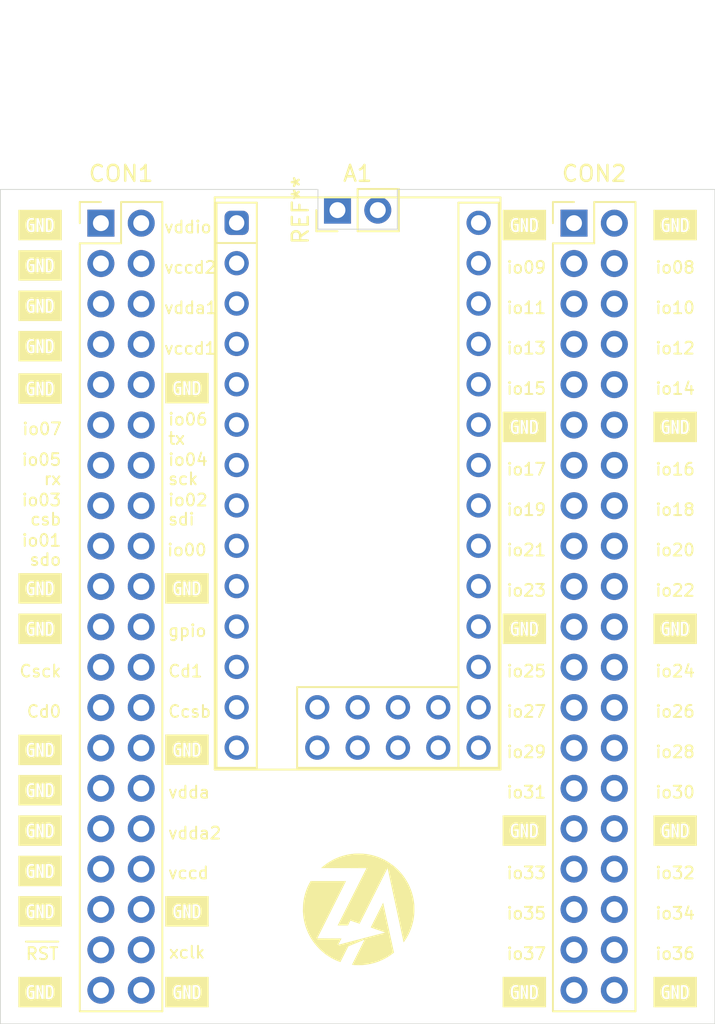
<source format=kicad_pcb>
(kicad_pcb (version 20211014) (generator pcbnew)
  (layers (0 "F.Cu" signal) (31 "B.Cu" signal) (34 "B.Paste" user) (35 "F.Paste" user) (36 "B.SilkS" user "B.Silkscreen") (37 "F.SilkS" user "F.Silkscreen") (38 "B.Mask" user) (39 "F.Mask" user) (44 "Edge.Cuts" user))
  (net 0 "")
  (net 1 "GND")
  (net 2 "vddio")
  (net 3 "vccd2")
  (net 4 "vccd1")
  (net 5 "vdda1")
  (net 6 "vdda2")
  (net 7 "mprj_io[18]")
  (net 8 "mprj_io[17]")
  (net 9 "mprj_io[16]")
  (net 10 "mprj_io[15]")
  (net 11 "mprj_io[14]")
  (net 12 "mprj_io[13]")
  (net 13 "mprj_io[12]")
  (net 14 "mprj_io[11]")
  (net 15 "mprj_io[10]")
  (net 16 "mprj_io[9]")
  (net 17 "mprj_io[8]")
  (net 18 "mprj_io[7]")
  (net 19 "mprj_io[6]_ser_tx")
  (net 20 "mprj_io[5]_ser_rx")
  (net 21 "mprj_io[0]")
  (net 22 "mprj_io[33]")
  (net 23 "mprj_io[32]")
  (net 24 "mprj_io[31]")
  (net 25 "mprj_io[30]")
  (net 26 "mprj_io[29]")
  (net 27 "mprj_io[28]")
  (net 28 "mprj_io[27]")
  (net 29 "mprj_io[26]")
  (net 30 "mprj_io[25]")
  (net 31 "mprj_io[24]")
  (net 32 "mprj_io[23]")
  (net 33 "mprj_io[22]")
  (net 34 "mprj_io[21]")
  (net 35 "mprj_io[20]")
  (net 36 "mprj_io[19]")
  (net 37 "mprj_io[4]_SCK")
  (net 38 "mprj_io[3]_CSB")
  (net 39 "mprj_io[2]_SDI")
  (net 40 "mprj_io[1]_SDO")
  (net 41 "gpio")
  (net 42 "Caravel_D0")
  (net 43 "Caravel_CSB")
  (net 44 "~{RST}")
  (net 45 "Caravel_D1")
  (net 46 "xclk")
  (net 47 "mprj_io[36]")
  (net 48 "mprj_io[37]")
  (net 49 "Caravel_SCK")
  (net 50 "mprj_io[34]")
  (net 51 "mprj_io[35]")
  (net 52 "vdda")
  (net 53 "vccd")
  (footprint "kibuzzard-6288F08E" (layer "F.Cu") (at 42.5 -12.16)
    (fp_text reference "kibuzzard-6288F08E" hide)
    (fp_text value "G***" hide)
  )
  (footprint "ok-connectors:PinSocket_2x20_P2.54mm_Vertical_Center_Rev" (layer "F.Cu") (at 37.4 -26.25 -90)
    (fp_text reference "CON2" (at -27.25 0) (layer "F.SilkS"))
    (fp_text value "2x20 2.54mm Socket")
    (pad "1" thru_hole rect (at -24.13 1.27) (size 1.7 1.7) (drill 1) (layers *.Cu *.Mask) (net 1 "GND"))
    (pad "2" thru_hole oval (at -24.13 -1.27) (size 1.7 1.7) (drill 1) (layers *.Cu *.Mask) (net 1 "GND"))
    (pad "3" thru_hole oval (at -21.59 1.27) (size 1.7 1.7) (drill 1) (layers *.Cu *.Mask) (net 16 "mprj_io[9]"))
    (pad "4" thru_hole oval (at -21.59 -1.27) (size 1.7 1.7) (drill 1) (layers *.Cu *.Mask) (net 17 "mprj_io[8]"))
    (pad "5" thru_hole oval (at -19.05 1.27) (size 1.7 1.7) (drill 1) (layers *.Cu *.Mask) (net 14 "mprj_io[11]"))
    (pad "6" thru_hole oval (at -19.05 -1.27) (size 1.7 1.7) (drill 1) (layers *.Cu *.Mask) (net 15 "mprj_io[10]"))
    (pad "7" thru_hole oval (at -16.51 1.27) (size 1.7 1.7) (drill 1) (layers *.Cu *.Mask) (net 12 "mprj_io[13]"))
    (pad "8" thru_hole oval (at -16.51 -1.27) (size 1.7 1.7) (drill 1) (layers *.Cu *.Mask) (net 13 "mprj_io[12]"))
    (pad "9" thru_hole oval (at -13.97 1.27) (size 1.7 1.7) (drill 1) (layers *.Cu *.Mask) (net 10 "mprj_io[15]"))
    (pad "10" thru_hole oval (at -13.97 -1.27) (size 1.7 1.7) (drill 1) (layers *.Cu *.Mask) (net 11 "mprj_io[14]"))
    (pad "11" thru_hole oval (at -11.43 1.27) (size 1.7 1.7) (drill 1) (layers *.Cu *.Mask) (net 1 "GND"))
    (pad "12" thru_hole oval (at -11.43 -1.27) (size 1.7 1.7) (drill 1) (layers *.Cu *.Mask) (net 1 "GND"))
    (pad "13" thru_hole oval (at -8.89 1.27) (size 1.7 1.7) (drill 1) (layers *.Cu *.Mask) (net 8 "mprj_io[17]"))
    (pad "14" thru_hole oval (at -8.89 -1.27) (size 1.7 1.7) (drill 1) (layers *.Cu *.Mask) (net 9 "mprj_io[16]"))
    (pad "15" thru_hole oval (at -6.35 1.27) (size 1.7 1.7) (drill 1) (layers *.Cu *.Mask) (net 36 "mprj_io[19]"))
    (pad "16" thru_hole oval (at -6.35 -1.27) (size 1.7 1.7) (drill 1) (layers *.Cu *.Mask) (net 7 "mprj_io[18]"))
    (pad "17" thru_hole oval (at -3.81 1.27) (size 1.7 1.7) (drill 1) (layers *.Cu *.Mask) (net 34 "mprj_io[21]"))
    (pad "18" thru_hole oval (at -3.81 -1.27) (size 1.7 1.7) (drill 1) (layers *.Cu *.Mask) (net 35 "mprj_io[20]"))
    (pad "19" thru_hole oval (at -1.27 1.27) (size 1.7 1.7) (drill 1) (layers *.Cu *.Mask) (net 32 "mprj_io[23]"))
    (pad "20" thru_hole oval (at -1.27 -1.27) (size 1.7 1.7) (drill 1) (layers *.Cu *.Mask) (net 33 "mprj_io[22]"))
    (pad "21" thru_hole oval (at 1.27 1.27) (size 1.7 1.7) (drill 1) (layers *.Cu *.Mask) (net 1 "GND"))
    (pad "22" thru_hole oval (at 1.27 -1.27) (size 1.7 1.7) (drill 1) (layers *.Cu *.Mask) (net 1 "GND"))
    (pad "23" thru_hole oval (at 3.81 1.27) (size 1.7 1.7) (drill 1) (layers *.Cu *.Mask) (net 30 "mprj_io[25]"))
    (pad "24" thru_hole oval (at 3.81 -1.27) (size 1.7 1.7) (drill 1) (layers *.Cu *.Mask) (net 31 "mprj_io[24]"))
    (pad "25" thru_hole oval (at 6.35 1.27) (size 1.7 1.7) (drill 1) (layers *.Cu *.Mask) (net 28 "mprj_io[27]"))
    (pad "26" thru_hole oval (at 6.35 -1.27) (size 1.7 1.7) (drill 1) (layers *.Cu *.Mask) (net 29 "mprj_io[26]"))
    (pad "27" thru_hole oval (at 8.89 1.27) (size 1.7 1.7) (drill 1) (layers *.Cu *.Mask) (net 26 "mprj_io[29]"))
    (pad "28" thru_hole oval (at 8.89 -1.27) (size 1.7 1.7) (drill 1) (layers *.Cu *.Mask) (net 27 "mprj_io[28]"))
    (pad "29" thru_hole oval (at 11.43 1.27) (size 1.7 1.7) (drill 1) (layers *.Cu *.Mask) (net 24 "mprj_io[31]"))
    (pad "30" thru_hole oval (at 11.43 -1.27) (size 1.7 1.7) (drill 1) (layers *.Cu *.Mask) (net 25 "mprj_io[30]"))
    (pad "31" thru_hole oval (at 13.97 1.27) (size 1.7 1.7) (drill 1) (layers *.Cu *.Mask) (net 1 "GND"))
    (pad "32" thru_hole oval (at 13.97 -1.27) (size 1.7 1.7) (drill 1) (layers *.Cu *.Mask) (net 1 "GND"))
    (pad "33" thru_hole oval (at 16.51 1.27) (size 1.7 1.7) (drill 1) (layers *.Cu *.Mask) (net 22 "mprj_io[33]"))
    (pad "34" thru_hole oval (at 16.51 -1.27) (size 1.7 1.7) (drill 1) (layers *.Cu *.Mask) (net 23 "mprj_io[32]"))
    (pad "35" thru_hole oval (at 19.05 1.27) (size 1.7 1.7) (drill 1) (layers *.Cu *.Mask) (net 51 "mprj_io[35]"))
    (pad "36" thru_hole oval (at 19.05 -1.27) (size 1.7 1.7) (drill 1) (layers *.Cu *.Mask) (net 50 "mprj_io[34]"))
    (pad "37" thru_hole oval (at 21.59 1.27) (size 1.7 1.7) (drill 1) (layers *.Cu *.Mask) (net 48 "mprj_io[37]"))
    (pad "38" thru_hole oval (at 21.59 -1.27) (size 1.7 1.7) (drill 1) (layers *.Cu *.Mask) (net 47 "mprj_io[36]"))
    (pad "39" thru_hole oval (at 24.13 1.27) (size 1.7 1.7) (drill 1) (layers *.Cu *.Mask) (net 1 "GND"))
    (pad "40" thru_hole oval (at 24.13 -1.27) (size 1.7 1.7) (drill 1) (layers *.Cu *.Mask) (net 1 "GND"))
  )
  (footprint "kibuzzard-6288F08E" (layer "F.Cu") (at 11.75 -17.25)
    (fp_text reference "kibuzzard-6288F08E" hide)
    (fp_text value "G***" hide)
  )
  (footprint "kibuzzard-6288F08E" (layer "F.Cu") (at 42.5 -24.86)
    (fp_text reference "kibuzzard-6288F08E" hide)
    (fp_text value "G***" hide)
  )
  (footprint "kibuzzard-6288F08E" (layer "F.Cu") (at 33 -12.16)
    (fp_text reference "kibuzzard-6288F08E" hide)
    (fp_text value "G***" hide)
  )
  (footprint "kibuzzard-6288F08E" (layer "F.Cu") (at 33 -24.86)
    (fp_text reference "kibuzzard-6288F08E" hide)
    (fp_text value "G***" hide)
  )
  (footprint "kibuzzard-6288F08E" (layer "F.Cu") (at 2.5 -2)
    (fp_text reference "kibuzzard-6288F08E" hide)
    (fp_text value "G***" hide)
  )
  (footprint "kibuzzard-6288F08E" (layer "F.Cu") (at 11.75 -27.4)
    (fp_text reference "kibuzzard-6288F08E" hide)
    (fp_text value "G***" hide)
  )
  (footprint "kibuzzard-6288F08E" (layer "F.Cu") (at 2.5 -50.26)
    (fp_text reference "kibuzzard-6288F08E" hide)
    (fp_text value "G***" hide)
  )
  (footprint "kibuzzard-6288F08E" (layer "F.Cu") (at 2.5 -27.4)
    (fp_text reference "kibuzzard-6288F08E" hide)
    (fp_text value "G***" hide)
  )
  (footprint "kibuzzard-6288F08E" (layer "F.Cu") (at 11.75 -7.08)
    (fp_text reference "kibuzzard-6288F08E" hide)
    (fp_text value "G***" hide)
  )
  (footprint "kibuzzard-6288F08E" (layer "F.Cu") (at 2.5 -17.24)
    (fp_text reference "kibuzzard-6288F08E" hide)
    (fp_text value "G***" hide)
  )
  (footprint "kibuzzard-6288F08E" (layer "F.Cu") (at 2.5 -39.973)
    (fp_text reference "kibuzzard-6288F08E" hide)
    (fp_text value "G***" hide)
  )
  (footprint "kibuzzard-6288F08E" (layer "F.Cu") (at 2.5 -24.86)
    (fp_text reference "kibuzzard-6288F08E" hide)
    (fp_text value "G***" hide)
  )
  (footprint "kibuzzard-6288F08E" (layer "F.Cu") (at 42.5 -2)
    (fp_text reference "kibuzzard-6288F08E" hide)
    (fp_text value "G***" hide)
  )
  (footprint "kibuzzard-6288F08E" (layer "F.Cu") (at 33 -50.26)
    (fp_text reference "kibuzzard-6288F08E" hide)
    (fp_text value "G***" hide)
  )
  (footprint "Connector_PinHeader_2.54mm:PinHeader_1x02_P2.54mm_Vertical" (layer "F.Cu") (at 21.23 -51.2 90)
    (fp_text reference "REF**" (at 0 -2.33 90) (layer "F.SilkS"))
    (fp_text value "PinHeader_1x02_P2.54mm_Vertical")
    (pad "1" thru_hole rect (at 0 0 90) (size 1.7 1.7) (drill 1) (layers *.Cu *.Mask))
    (pad "2" thru_hole oval (at 0 2.54 90) (size 1.7 1.7) (drill 1) (layers *.Cu *.Mask))
  )
  (footprint "kibuzzard-6288F08E" (layer "F.Cu") (at 11.75 -2)
    (fp_text reference "kibuzzard-6288F08E" hide)
    (fp_text value "G***" hide)
  )
  (footprint "kibuzzard-6288F08E" (layer "F.Cu") (at 2.5 -7.08)
    (fp_text reference "kibuzzard-6288F08E" hide)
    (fp_text value "G***" hide)
  )
  (footprint "kibuzzard-6288F08E" (layer "F.Cu") (at 2.5 -12.16)
    (fp_text reference "kibuzzard-6288F08E" hide)
    (fp_text value "G***" hide)
  )
  (footprint "kibuzzard-6288F08E" (layer "F.Cu") (at 42.5 -37.56)
    (fp_text reference "kibuzzard-6288F08E" hide)
    (fp_text value "G***" hide)
  )
  (footprint "kibuzzard-6288F08E" (layer "F.Cu") (at 2.5 -45.18)
    (fp_text reference "kibuzzard-6288F08E" hide)
    (fp_text value "G***" hide)
  )
  (footprint "kibuzzard-6288F08E" (layer "F.Cu") (at 2.5 -42.64)
    (fp_text reference "kibuzzard-6288F08E" hide)
    (fp_text value "G***" hide)
  )
  (footprint "kibuzzard-6288F08E" (layer "F.Cu") (at 33 -37.56)
    (fp_text reference "kibuzzard-6288F08E" hide)
    (fp_text value "G***" hide)
  )
  (footprint "ok-connectors:PinSocket_2x20_P2.54mm_Vertical_Center_Rev" (layer "F.Cu") (at 7.6 -26.25 -90)
    (fp_text reference "CON1" (at -27.25 0) (layer "F.SilkS"))
    (fp_text value "2x20 2.54mm Socket")
    (pad "1" thru_hole rect (at -24.13 1.27) (size 1.7 1.7) (drill 1) (layers *.Cu *.Mask) (net 1 "GND"))
    (pad "2" thru_hole oval (at -24.13 -1.27) (size 1.7 1.7) (drill 1) (layers *.Cu *.Mask) (net 2 "vddio"))
    (pad "3" thru_hole oval (at -21.59 1.27) (size 1.7 1.7) (drill 1) (layers *.Cu *.Mask) (net 1 "GND"))
    (pad "4" thru_hole oval (at -21.59 -1.27) (size 1.7 1.7) (drill 1) (layers *.Cu *.Mask) (net 3 "vccd2"))
    (pad "5" thru_hole oval (at -19.05 1.27) (size 1.7 1.7) (drill 1) (layers *.Cu *.Mask) (net 1 "GND"))
    (pad "6" thru_hole oval (at -19.05 -1.27) (size 1.7 1.7) (drill 1) (layers *.Cu *.Mask) (net 5 "vdda1"))
    (pad "7" thru_hole oval (at -16.51 1.27) (size 1.7 1.7) (drill 1) (layers *.Cu *.Mask) (net 1 "GND"))
    (pad "8" thru_hole oval (at -16.51 -1.27) (size 1.7 1.7) (drill 1) (layers *.Cu *.Mask) (net 4 "vccd1"))
    (pad "9" thru_hole oval (at -13.97 1.27) (size 1.7 1.7) (drill 1) (layers *.Cu *.Mask) (net 1 "GND"))
    (pad "10" thru_hole oval (at -13.97 -1.27) (size 1.7 1.7) (drill 1) (layers *.Cu *.Mask) (net 1 "GND"))
    (pad "11" thru_hole oval (at -11.43 1.27) (size 1.7 1.7) (drill 1) (layers *.Cu *.Mask) (net 18 "mprj_io[7]"))
    (pad "12" thru_hole oval (at -11.43 -1.27) (size 1.7 1.7) (drill 1) (layers *.Cu *.Mask) (net 19 "mprj_io[6]_ser_tx"))
    (pad "13" thru_hole oval (at -8.89 1.27) (size 1.7 1.7) (drill 1) (layers *.Cu *.Mask) (net 20 "mprj_io[5]_ser_rx"))
    (pad "14" thru_hole oval (at -8.89 -1.27) (size 1.7 1.7) (drill 1) (layers *.Cu *.Mask) (net 37 "mprj_io[4]_SCK"))
    (pad "15" thru_hole oval (at -6.35 1.27) (size 1.7 1.7) (drill 1) (layers *.Cu *.Mask) (net 38 "mprj_io[3]_CSB"))
    (pad "16" thru_hole oval (at -6.35 -1.27) (size 1.7 1.7) (drill 1) (layers *.Cu *.Mask) (net 39 "mprj_io[2]_SDI"))
    (pad "17" thru_hole oval (at -3.81 1.27) (size 1.7 1.7) (drill 1) (layers *.Cu *.Mask) (net 40 "mprj_io[1]_SDO"))
    (pad "18" thru_hole oval (at -3.81 -1.27) (size 1.7 1.7) (drill 1) (layers *.Cu *.Mask) (net 21 "mprj_io[0]"))
    (pad "19" thru_hole oval (at -1.27 1.27) (size 1.7 1.7) (drill 1) (layers *.Cu *.Mask) (net 1 "GND"))
    (pad "20" thru_hole oval (at -1.27 -1.27) (size 1.7 1.7) (drill 1) (layers *.Cu *.Mask) (net 1 "GND"))
    (pad "21" thru_hole oval (at 1.27 1.27) (size 1.7 1.7) (drill 1) (layers *.Cu *.Mask) (net 1 "GND"))
    (pad "22" thru_hole oval (at 1.27 -1.27) (size 1.7 1.7) (drill 1) (layers *.Cu *.Mask) (net 41 "gpio"))
    (pad "23" thru_hole oval (at 3.81 1.27) (size 1.7 1.7) (drill 1) (layers *.Cu *.Mask) (net 49 "Caravel_SCK"))
    (pad "24" thru_hole oval (at 3.81 -1.27) (size 1.7 1.7) (drill 1) (layers *.Cu *.Mask) (net 45 "Caravel_D1"))
    (pad "25" thru_hole oval (at 6.35 1.27) (size 1.7 1.7) (drill 1) (layers *.Cu *.Mask) (net 42 "Caravel_D0"))
    (pad "26" thru_hole oval (at 6.35 -1.27) (size 1.7 1.7) (drill 1) (layers *.Cu *.Mask) (net 43 "Caravel_CSB"))
    (pad "27" thru_hole oval (at 8.89 1.27) (size 1.7 1.7) (drill 1) (layers *.Cu *.Mask) (net 1 "GND"))
    (pad "28" thru_hole oval (at 8.89 -1.27) (size 1.7 1.7) (drill 1) (layers *.Cu *.Mask) (net 1 "GND"))
    (pad "29" thru_hole oval (at 11.43 1.27) (size 1.7 1.7) (drill 1) (layers *.Cu *.Mask) (net 1 "GND"))
    (pad "30" thru_hole oval (at 11.43 -1.27) (size 1.7 1.7) (drill 1) (layers *.Cu *.Mask) (net 52 "vdda"))
    (pad "31" thru_hole oval (at 13.97 1.27) (size 1.7 1.7) (drill 1) (layers *.Cu *.Mask) (net 1 "GND"))
    (pad "32" thru_hole oval (at 13.97 -1.27) (size 1.7 1.7) (drill 1) (layers *.Cu *.Mask) (net 6 "vdda2"))
    (pad "33" thru_hole oval (at 16.51 1.27) (size 1.7 1.7) (drill 1) (layers *.Cu *.Mask) (net 1 "GND"))
    (pad "34" thru_hole oval (at 16.51 -1.27) (size 1.7 1.7) (drill 1) (layers *.Cu *.Mask) (net 53 "vccd"))
    (pad "35" thru_hole oval (at 19.05 1.27) (size 1.7 1.7) (drill 1) (layers *.Cu *.Mask) (net 1 "GND"))
    (pad "36" thru_hole oval (at 19.05 -1.27) (size 1.7 1.7) (drill 1) (layers *.Cu *.Mask) (net 1 "GND"))
    (pad "37" thru_hole oval (at 21.59 1.27) (size 1.7 1.7) (drill 1) (layers *.Cu *.Mask) (net 44 "~{RST}"))
    (pad "38" thru_hole oval (at 21.59 -1.27) (size 1.7 1.7) (drill 1) (layers *.Cu *.Mask) (net 46 "xclk"))
    (pad "39" thru_hole oval (at 24.13 1.27) (size 1.7 1.7) (drill 1) (layers *.Cu *.Mask) (net 1 "GND"))
    (pad "40" thru_hole oval (at 24.13 -1.27) (size 1.7 1.7) (drill 1) (layers *.Cu *.Mask) (net 1 "GND"))
  )
  (footprint "kibuzzard-6288F08E" (layer "F.Cu") (at 2.5 -14.7)
    (fp_text reference "kibuzzard-6288F08E" hide)
    (fp_text value "G***" hide)
  )
  (footprint "kibuzzard-6288F08E" (layer "F.Cu") (at 11.75 -40)
    (fp_text reference "kibuzzard-6288F08E" hide)
    (fp_text value "G***" hide)
  )
  (footprint "kibuzzard-6288F08E" (layer "F.Cu") (at 33 -2)
    (fp_text reference "kibuzzard-6288F08E" hide)
    (fp_text value "G***" hide)
  )
  (footprint "kibuzzard-6288F08E" (layer "F.Cu") (at 2.5 -47.72)
    (fp_text reference "kibuzzard-6288F08E" hide)
    (fp_text value "G***" hide)
  )
  (footprint "kibuzzard-6288F08E" (layer "F.Cu") (at 2.5 -9.62)
    (fp_text reference "kibuzzard-6288F08E" hide)
    (fp_text value "G***" hide)
  )
  (footprint "ok-modules:iCEBreaker_Bitsy_THT" (layer "F.Cu") (at 22.5 -34)
    (fp_text reference "A1" (at 0 -19.5) (layer "F.SilkS"))
    (fp_text value "iCEBreaker_Bitsy")
    (pad "1" thru_hole roundrect (at -7.62 -16.4 270) (size 1.524 1.524) (drill 0.9652) (layers *.Cu *.Mask))
    (pad "2" thru_hole circle (at -7.62 -13.86 270) (size 1.524 1.524) (drill 0.9652) (layers *.Cu *.Mask))
    (pad "3" thru_hole circle (at -7.62 -11.32 270) (size 1.524 1.524) (drill 0.9652) (layers *.Cu *.Mask))
    (pad "4" thru_hole circle (at -7.62 -8.78 270) (size 1.524 1.524) (drill 0.9652) (layers *.Cu *.Mask))
    (pad "5" thru_hole circle (at -7.62 -6.24 270) (size 1.524 1.524) (drill 0.9652) (layers *.Cu *.Mask))
    (pad "6" thru_hole circle (at -7.62 -3.7 270) (size 1.524 1.524) (drill 0.9652) (layers *.Cu *.Mask))
    (pad "7" thru_hole circle (at -7.62 -1.16 270) (size 1.524 1.524) (drill 0.9652) (layers *.Cu *.Mask))
    (pad "8" thru_hole circle (at -7.62 1.38 270) (size 1.524 1.524) (drill 0.9652) (layers *.Cu *.Mask))
    (pad "9" thru_hole circle (at -7.62 3.92 270) (size 1.524 1.524) (drill 0.9652) (layers *.Cu *.Mask))
    (pad "10" thru_hole circle (at -7.62 6.46 270) (size 1.524 1.524) (drill 0.9652) (layers *.Cu *.Mask))
    (pad "11" thru_hole circle (at -7.62 9 270) (size 1.524 1.524) (drill 0.9652) (layers *.Cu *.Mask))
    (pad "12" thru_hole circle (at -7.62 11.54 270) (size 1.524 1.524) (drill 0.9652) (layers *.Cu *.Mask))
    (pad "13" thru_hole circle (at -7.62 14.08 270) (size 1.524 1.524) (drill 0.9652) (layers *.Cu *.Mask))
    (pad "14" thru_hole circle (at -7.62 16.62 270) (size 1.524 1.524) (drill 0.9652) (layers *.Cu *.Mask))
    (pad "15" thru_hole circle (at 7.62 16.62 270) (size 1.524 1.524) (drill 0.9652) (layers *.Cu *.Mask))
    (pad "16" thru_hole circle (at 7.62 14.08 270) (size 1.524 1.524) (drill 0.9652) (layers *.Cu *.Mask))
    (pad "17" thru_hole circle (at 7.62 11.54 270) (size 1.524 1.524) (drill 0.9652) (layers *.Cu *.Mask))
    (pad "18" thru_hole circle (at 7.62 9 270) (size 1.524 1.524) (drill 0.9652) (layers *.Cu *.Mask))
    (pad "19" thru_hole circle (at 7.62 6.46 270) (size 1.524 1.524) (drill 0.9652) (layers *.Cu *.Mask))
    (pad "20" thru_hole circle (at 7.62 3.92 270) (size 1.524 1.524) (drill 0.9652) (layers *.Cu *.Mask))
    (pad "21" thru_hole circle (at 7.62 1.38 270) (size 1.524 1.524) (drill 0.9652) (layers *.Cu *.Mask))
    (pad "22" thru_hole circle (at 7.62 -1.16 270) (size 1.524 1.524) (drill 0.9652) (layers *.Cu *.Mask))
    (pad "23" thru_hole circle (at 7.62 -3.7 270) (size 1.524 1.524) (drill 0.9652) (layers *.Cu *.Mask))
    (pad "24" thru_hole circle (at 7.62 -6.24 270) (size 1.524 1.524) (drill 0.9652) (layers *.Cu *.Mask))
    (pad "25" thru_hole circle (at 7.62 -8.78 270) (size 1.524 1.524) (drill 0.9652) (layers *.Cu *.Mask))
    (pad "26" thru_hole circle (at 7.62 -11.32 270) (size 1.524 1.524) (drill 0.9652) (layers *.Cu *.Mask))
    (pad "27" thru_hole circle (at 7.62 -13.86 270) (size 1.524 1.524) (drill 0.9652) (layers *.Cu *.Mask))
    (pad "28" thru_hole circle (at 7.62 -16.4 270) (size 1.524 1.524) (drill 0.9652) (layers *.Cu *.Mask))
    (pad "29" thru_hole circle (at -2.54 16.62) (size 1.524 1.524) (drill 0.9652) (layers *.Cu *.Mask))
    (pad "30" thru_hole circle (at 0 16.62) (size 1.524 1.524) (drill 0.9652) (layers *.Cu *.Mask))
    (pad "31" thru_hole circle (at 2.54 16.62) (size 1.524 1.524) (drill 0.9652) (layers *.Cu *.Mask))
    (pad "32" thru_hole circle (at 5.08 16.62) (size 1.524 1.524) (drill 0.9652) (layers *.Cu *.Mask))
    (pad "33" thru_hole circle (at -2.54 14.08) (size 1.524 1.524) (drill 0.9652) (layers *.Cu *.Mask))
    (pad "34" thru_hole circle (at 0 14.08) (size 1.524 1.524) (drill 0.9652) (layers *.Cu *.Mask))
    (pad "35" thru_hole circle (at 2.54 14.08) (size 1.524 1.524) (drill 0.9652) (layers *.Cu *.Mask))
    (pad "36" thru_hole circle (at 5.08 14.08) (size 1.524 1.524) (drill 0.9652) (layers *.Cu *.Mask))
  )
  (footprint "kibuzzard-6288F08E" (layer "F.Cu") (at 42.5 -50.26)
    (fp_text reference "kibuzzard-6288F08E" hide)
    (fp_text value "G***" hide)
  )
  (gr_poly (pts (xy 22.422305 -3.698305) (xy 22.288758 -3.703153) (xy 22.222245 -3.711345) (xy 22.155732 -3.719537) (xy 22.152938 -3.722331) (xy 22.150145 -3.725125) (xy 22.542552 -4.505351) (xy 22.934959 -5.285578) (xy 22.930931 -5.289606) (xy 22.926903 -5.293635) (xy 22.420043 -5.088204) (xy 21.913184 -4.882774) (xy 21.663214 -4.385572) (xy 21.413244 -3.88837) (xy 21.366016 -3.906021) (xy 21.318787 -3.923672) (xy 21.255529 -3.948809) (xy 21.19227 -3.973945) (xy 21.100896 -4.015631) (xy 21.009522 -4.057317) (xy 20.935719 -4.096663) (xy 20.861917 -4.136009) (xy 20.784601 -4.181658) (xy 20.707284 -4.227307) (xy 20.622939 -4.283556) (xy 20.538594 -4.339805) (xy 20.461277 -4.397837) (xy 20.383961 -4.455869) (xy 20.327731 -4.502591) (xy 20.2715 -4.549313) (xy 20.176612 -4.636305) (xy 20.081723 -4.723298) (xy 19.996149 -4.81678) (xy 19.910575 -4.910263) (xy 19.863684 -4.966492) (xy 19.816794 -5.022723) (xy 19.75871 -5.100039) (xy 19.700626 -5.177356) (xy 19.644507 -5.261701) (xy 19.588389 -5.346046) (xy 19.540421 -5.426877) (xy 19.492454 -5.507708) (xy 19.435132 -5.620168) (xy 19.377811 -5.732628) (xy 19.334234 -5.835673) (xy 19.290657 -5.938717) (xy 19.255429 -6.038864) (xy 19.2202 -6.13901) (xy 19.192544 -6.234542) (xy 19.164888 -6.330074) (xy 19.144332 -6.421448) (xy 19.123777 -6.512822) (xy 19.109009 -6.597167) (xy 19.094241 -6.681512) (xy 19.084193 -6.758829) (xy 19.074145 -6.836145) (xy 19.065719 -6.945803) (xy 19.057292 -7.055459) (xy 19.060991 -7.272641) (xy 19.06469 -7.489822) (xy 19.075917 -7.58471) (xy 19.087145 -7.679598) (xy 19.105332 -7.788545) (xy 19.123519 -7.897491) (xy 19.140247 -7.971293) (xy 19.156975 -8.045095) (xy 19.185524 -8.148956) (xy 19.214073 -8.252817) (xy 19.251465 -8.359819) (xy 19.288856 -8.466822) (xy 19.324364 -8.551167) (xy 19.359872 -8.635512) (xy 19.395844 -8.712322) (xy 19.431815 -8.789131) (xy 19.485464 -8.886284) (xy 19.539112 -8.983437) (xy 20.652161 -8.983437) (xy 21.765209 -8.983437) (xy 21.715177 -8.883277) (xy 21.665145 -8.783117) (xy 20.811933 -7.084915) (xy 19.95872 -5.386713) (xy 19.95872 -5.382226) (xy 19.95872 -5.377738) (xy 20.720086 -5.375949) (xy 21.481451 -5.374161) (xy 21.381177 -5.18087) (xy 21.280902 -4.987578) (xy 21.280516 -4.979705) (xy 21.280129 -4.971832) (xy 21.366232 -4.994481) (xy 21.452334 -5.017129) (xy 22.845913 -5.381432) (xy 24.239492 -5.745734) (xy 24.234096 -5.750529) (xy 24.2287 -5.755324) (xy 23.778858 -5.908485) (xy 23.329017 -6.061646) (xy 23.327351 -6.062809) (xy 23.325685 -6.063971) (xy 23.712784 -6.833127) (xy 24.099883 -7.602283) (xy 24.104574 -7.60723) (xy 24.109265 -7.612178) (xy 24.446072 -6.057386) (xy 24.782878 -4.502594) (xy 24.785482 -4.494988) (xy 24.788085 -4.487381) (xy 24.715742 -4.431163) (xy 24.643398 -4.374944) (xy 24.583653 -4.332888) (xy 24.523909 -4.290831) (xy 24.445808 -4.241063) (xy 24.367706 -4.191295) (xy 24.264224 -4.133557) (xy 24.160741 -4.075819) (xy 24.08037 -4.03791) (xy 24 -4) (xy 23.907001 -3.960709) (xy 23.814002 -3.921418) (xy 23.680456 -3.876794) (xy 23.546909 -3.832171) (xy 23.45202 -3.807829) (xy 23.357132 -3.783487) (xy 23.286844 -3.769104) (xy 23.216556 -3.754722) (xy 23.132211 -3.740529) (xy 23.047866 -3.726337) (xy 22.952978 -3.715494) (xy 22.858089 -3.704653) (xy 22.749143 -3.701062) (xy 22.640197 -3.697472) (xy 22.598024 -3.695465) (xy 22.555851 -3.693458) (xy 22.422305 -3.698305)) (layer "F.SilkS") (width 0.007028) (fill solid))
  (gr_poly (pts (xy 24.893537 -7.46698) (xy 24.392222 -9.795261) (xy 24.389535 -9.79819) (xy 24.386847 -9.801119) (xy 24.384232 -9.79819) (xy 24.381616 -9.795261) (xy 23.504575 -8.052126) (xy 22.627534 -6.30899) (xy 22.625323 -6.306304) (xy 22.623113 -6.30362) (xy 22.332463 -6.402265) (xy 22.041812 -6.50091) (xy 21.965093 -6.346962) (xy 21.888373 -6.193014) (xy 21.567326 -6.193014) (xy 21.246279 -6.193014) (xy 21.39953 -6.497009) (xy 21.552782 -6.801004) (xy 22.305595 -8.296758) (xy 23.058409 -9.792511) (xy 23.058409 -9.795627) (xy 23.058409 -9.798742) (xy 21.631628 -9.800516) (xy 20.204847 -9.80229) (xy 20.26578 -9.855006) (xy 20.326714 -9.907722) (xy 20.399404 -9.965437) (xy 20.472095 -10.023152) (xy 20.551031 -10.078016) (xy 20.629967 -10.132881) (xy 20.697459 -10.175991) (xy 20.764951 -10.2191) (xy 20.875026 -10.280278) (xy 20.985102 -10.341455) (xy 21.0922 -10.390801) (xy 21.199298 -10.440148) (xy 21.280129 -10.471712) (xy 21.36096 -10.503276) (xy 21.431248 -10.527305) (xy 21.501535 -10.551334) (xy 21.598389 -10.579428) (xy 21.695243 -10.607522) (xy 21.788166 -10.628647) (xy 21.881089 -10.649773) (xy 21.983006 -10.666809) (xy 22.084923 -10.683845) (xy 22.183326 -10.695157) (xy 22.281729 -10.706469) (xy 22.424462 -10.711311) (xy 22.567195 -10.716154) (xy 22.705687 -10.711377) (xy 22.84418 -10.7066) (xy 22.947424 -10.695286) (xy 23.050668 -10.683972) (xy 23.151184 -10.666478) (xy 23.2517 -10.648983) (xy 23.318474 -10.634779) (xy 23.385247 -10.620576) (xy 23.464898 -10.599302) (xy 23.544548 -10.578028) (xy 23.633588 -10.549746) (xy 23.722627 -10.521463) (xy 23.824545 -10.482449) (xy 23.926462 -10.443435) (xy 24.044139 -10.388978) (xy 24.161816 -10.33452) (xy 24.265545 -10.276262) (xy 24.369275 -10.218003) (xy 24.446591 -10.168763) (xy 24.523908 -10.119522) (xy 24.604739 -10.062011) (xy 24.68557 -10.0045) (xy 24.769914 -9.936358) (xy 24.85426 -9.868216) (xy 24.950349 -9.780057) (xy 25.046438 -9.691898) (xy 25.109147 -9.624091) (xy 25.171855 -9.556283) (xy 25.223921 -9.496388) (xy 25.275987 -9.436492) (xy 25.32601 -9.373384) (xy 25.376034 -9.310276) (xy 25.428131 -9.236474) (xy 25.48023 -9.162672) (xy 25.5299 -9.085355) (xy 25.579571 -9.008039) (xy 25.641131 -8.897245) (xy 25.702692 -8.786452) (xy 25.751621 -8.6801) (xy 25.800549 -8.573748) (xy 25.828798 -8.502843) (xy 25.857046 -8.431938) (xy 25.88737 -8.343408) (xy 25.917693 -8.254879) (xy 25.942592 -8.16756) (xy 25.967491 -8.080241) (xy 25.988425 -7.988867) (xy 26.009357 -7.897493) (xy 26.027501 -7.788546) (xy 26.045646 -7.6796) (xy 26.056874 -7.584712) (xy 26.0681 -7.489823) (xy 26.071799 -7.272642) (xy 26.075498 -7.055461) (xy 26.067073 -6.945804) (xy 26.058645 -6.836147) (xy 26.048663 -6.759545) (xy 26.03868 -6.682942) (xy 26.02769 -6.61897) (xy 26.016699 -6.554997) (xy 26.006129 -6.502281) (xy 25.995557 -6.449565) (xy 25.96749 -6.337105) (xy 25.939422 -6.224645) (xy 25.894778 -6.091098) (xy 25.850135 -5.957551) (xy 25.810844 -5.864552) (xy 25.771553 -5.771553) (xy 25.733643 -5.691182) (xy 25.695734 -5.610812) (xy 25.637874 -5.506545) (xy 25.580015 -5.402277) (xy 25.492914 -5.270488) (xy 25.405814 -5.138698) (xy 25.400333 -5.138698) (xy 25.394852 -5.138698) (xy 24.893537 -7.46698)) (layer "F.SilkS") (width 0.007028) (fill solid))
  (gr_line (start 1.611 -5.175) (end 3.643 -5.175) (layer "F.SilkS") (width 0.12))
  (gr_line (start 25 -50) (end 25 -52.5) (layer "Edge.Cuts") (width 0.05))
  (gr_line (start 0 0) (end 45 0) (layer "Edge.Cuts") (width 0.05))
  (gr_line (start 0 -52.5) (end 20 -52.5) (layer "Edge.Cuts") (width 0.05))
  (gr_line (start 20 -52.5) (end 20 -50) (layer "Edge.Cuts") (width 0.05))
  (gr_line (start 25 -52.5) (end 45 -52.5) (layer "Edge.Cuts") (width 0.05))
  (gr_line (start 0 -52.5) (end 0 0) (layer "Edge.Cuts") (width 0.05))
  (gr_line (start 20 -50) (end 25 -50) (layer "Edge.Cuts") (width 0.05))
  (gr_line (start 45 -52.5) (end 45 0) (layer "Edge.Cuts") (width 0.05))
  (gr_text "vddio" (at 10.25 -50.133) (layer "F.SilkS") (effects (font (size 0.75 0.75) (thickness 0.12)) (justify left)))
  (gr_text "io36" (at 42.5 -4.413) (layer "F.SilkS") (effects (font (size 0.75 0.75) (thickness 0.12))))
  (gr_text "io18" (at 42.5 -32.353) (layer "F.SilkS") (effects (font (size 0.75 0.75) (thickness 0.12))))
  (gr_text "io23" (at 33.127 -27.273) (layer "F.SilkS") (effects (font (size 0.75 0.75) (thickness 0.12))))
  (gr_text "io34" (at 42.5 -6.953) (layer "F.SilkS") (effects (font (size 0.75 0.75) (thickness 0.12))))
  (gr_text "xclk" (at 11.75 -4.5) (layer "F.SilkS") (effects (font (size 0.75 0.75) (thickness 0.12))))
  (gr_text "io04\nsck" (at 10.5 -34.893) (layer "F.SilkS") (effects (font (size 0.75 0.75) (thickness 0.12)) (justify left)))
  (gr_text "io29" (at 33.127 -17.113) (layer "F.SilkS") (effects (font (size 0.75 0.75) (thickness 0.12))))
  (gr_text "gpio" (at 10.5 -24.733) (layer "F.SilkS") (effects (font (size 0.75 0.75) (thickness 0.12)) (justify left)))
  (gr_text "vdda2" (at 10.5 -12) (layer "F.SilkS") (effects (font (size 0.75 0.75) (thickness 0.12)) (justify left)))
  (gr_text "io01\nsdo" (at 3.897 -29.813) (layer "F.SilkS") (effects (font (size 0.75 0.75) (thickness 0.12)) (justify right)))
  (gr_text "io37" (at 33.127 -4.413) (layer "F.SilkS") (effects (font (size 0.75 0.75) (thickness 0.12))))
  (gr_text "io25" (at 33.127 -22.193) (layer "F.SilkS") (effects (font (size 0.75 0.75) (thickness 0.12))))
  (gr_text "io21" (at 33.127 -29.813) (layer "F.SilkS") (effects (font (size 0.75 0.75) (thickness 0.12))))
  (gr_text "vdda1" (at 10.25 -45.053) (layer "F.SilkS") (effects (font (size 0.75 0.75) (thickness 0.12)) (justify left)))
  (gr_text "vccd1" (at 10.25 -42.5) (layer "F.SilkS") (effects (font (size 0.75 0.75) (thickness 0.12)) (justify left)))
  (gr_text "vccd2" (at 10.25 -47.593) (layer "F.SilkS") (effects (font (size 0.75 0.75) (thickness 0.12)) (justify left)))
  (gr_text "Cd1" (at 10.5 -22.193) (layer "F.SilkS") (effects (font (size 0.75 0.75) (thickness 0.12)) (justify left)))
  (gr_text "RST" (at 2.627 -4.413) (layer "F.SilkS") (effects (font (size 0.75 0.75) (thickness 0.12))))
  (gr_text "io08" (at 42.5 -47.593) (layer "F.SilkS") (effects (font (size 0.75 0.75) (thickness 0.12))))
  (gr_text "io35" (at 33.127 -6.953) (layer "F.SilkS") (effects (font (size 0.75 0.75) (thickness 0.12))))
  (gr_text "io14" (at 42.5 -39.973) (layer "F.SilkS") (effects (font (size 0.75 0.75) (thickness 0.12))))
  (gr_text "io27" (at 33.127 -19.653) (layer "F.SilkS") (effects (font (size 0.75 0.75) (thickness 0.12))))
  (gr_text "io10" (at 42.5 -45.053) (layer "F.SilkS") (effects (font (size 0.75 0.75) (thickness 0.12))))
  (gr_text "io31" (at 33.127 -14.573) (layer "F.SilkS") (effects (font (size 0.75 0.75) (thickness 0.12))))
  (gr_text "io26" (at 42.5 -19.653) (layer "F.SilkS") (effects (font (size 0.75 0.75) (thickness 0.12))))
  (gr_text "io22" (at 42.5 -27.273) (layer "F.SilkS") (effects (font (size 0.75 0.75) (thickness 0.12))))
  (gr_text "vdda" (at 10.5 -14.573) (layer "F.SilkS") (effects (font (size 0.75 0.75) (thickness 0.12)) (justify left)))
  (gr_text "io24" (at 42.5 -22.193) (layer "F.SilkS") (effects (font (size 0.75 0.75) (thickness 0.12))))
  (gr_text "io12" (at 42.5 -42.513) (layer "F.SilkS") (effects (font (size 0.75 0.75) (thickness 0.12))))
  (gr_text "io02\nsdi" (at 10.5 -32.353) (layer "F.SilkS") (effects (font (size 0.75 0.75) (thickness 0.12)) (justify left)))
  (gr_text "Cd0" (at 3.897 -19.653) (layer "F.SilkS") (effects (font (size 0.75 0.75) (thickness 0.12)) (justify right)))
  (gr_text "io17" (at 33.127 -34.893) (layer "F.SilkS") (effects (font (size 0.75 0.75) (thickness 0.12))))
  (gr_text "io15" (at 33.127 -39.973) (layer "F.SilkS") (effects (font (size 0.75 0.75) (thickness 0.12))))
  (gr_text "Csck" (at 3.897 -22.193) (layer "F.SilkS") (effects (font (size 0.75 0.75) (thickness 0.12)) (justify right)))
  (gr_text "io32" (at 42.5 -9.493) (layer "F.SilkS") (effects (font (size 0.75 0.75) (thickness 0.12))))
  (gr_text "io06\ntx" (at 10.5 -37.433) (layer "F.SilkS") (effects (font (size 0.75 0.75) (thickness 0.12)) (justify left)))
  (gr_text "io30" (at 42.5 -14.573) (layer "F.SilkS") (effects (font (size 0.75 0.75) (thickness 0.12))))
  (gr_text "Ccsb" (at 10.5 -19.653) (layer "F.SilkS") (effects (font (size 0.75 0.75) (thickness 0.12)) (justify left)))
  (gr_text "vccd" (at 10.5 -9.493) (layer "F.SilkS") (effects (font (size 0.75 0.75) (thickness 0.12)) (justify left)))
  (gr_text "io07" (at 2.627 -37.433) (layer "F.SilkS") (effects (font (size 0.75 0.75) (thickness 0.12))))
  (gr_text "io13" (at 33.127 -42.513) (layer "F.SilkS") (effects (font (size 0.75 0.75) (thickness 0.12))))
  (gr_text "io19" (at 33.127 -32.353) (layer "F.SilkS") (effects (font (size 0.75 0.75) (thickness 0.12))))
  (gr_text "io09" (at 33.127 -47.593) (layer "F.SilkS") (effects (font (size 0.75 0.75) (thickness 0.12))))
  (gr_text "io28" (at 42.5 -17.113) (layer "F.SilkS") (effects (font (size 0.75 0.75) (thickness 0.12))))
  (gr_text "io16" (at 42.5 -34.893) (layer "F.SilkS") (effects (font (size 0.75 0.75) (thickness 0.12))))
  (gr_text "io00" (at 11.75 -29.813) (layer "F.SilkS") (effects (font (size 0.75 0.75) (thickness 0.12))))
  (gr_text "io03\ncsb" (at 3.897 -32.353) (layer "F.SilkS") (effects (font (size 0.75 0.75) (thickness 0.12)) (justify right)))
  (gr_text "io20" (at 42.5 -29.813) (layer "F.SilkS") (effects (font (size 0.75 0.75) (thickness 0.12))))
  (gr_text "io05\nrx" (at 3.897 -34.893) (layer "F.SilkS") (effects (font (size 0.75 0.75) (thickness 0.12)) (justify right)))
  (gr_text "io11" (at 33.127 -45.053) (layer "F.SilkS") (effects (font (size 0.75 0.75) (thickness 0.12))))
  (gr_text "io33" (at 33.127 -9.493) (layer "F.SilkS") (effects (font (size 0.75 0.75) (thickness 0.12))))
)
</source>
